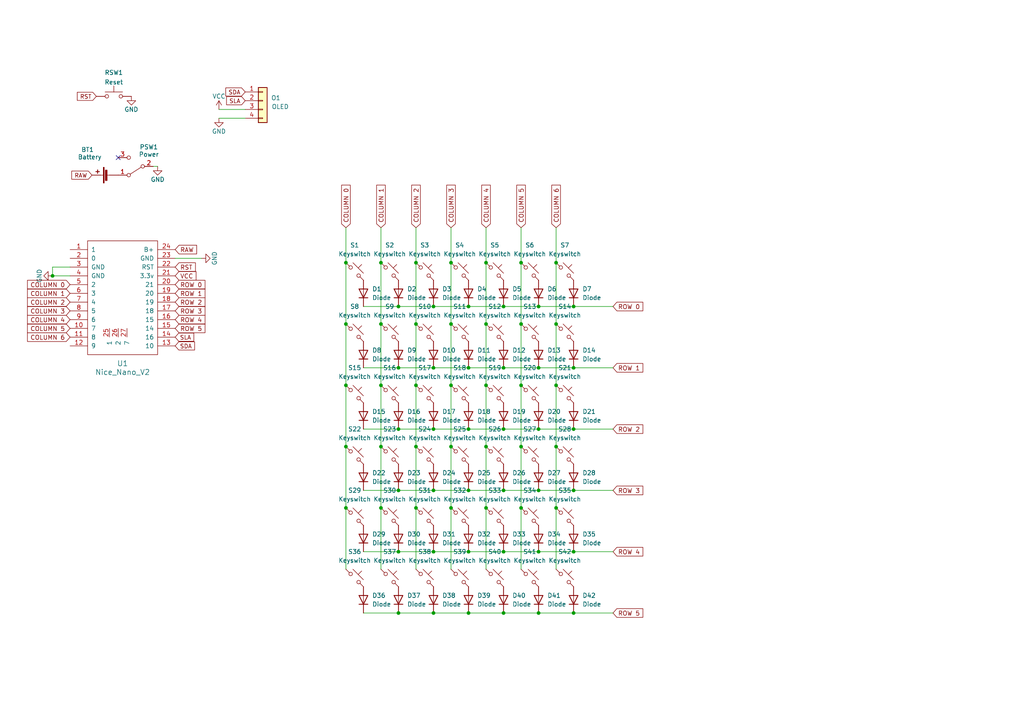
<source format=kicad_sch>
(kicad_sch (version 20231120) (generator "eeschema") (generator_version "8.0")
  (paper "A4")
  (lib_symbols
    (symbol "Connector_Generic:Conn_01x04" (pin_names (offset 1.016) hide)
      (property "Reference" "J" (at 0 5.08 0))
      (property "Value" "Conn_01x04" (at 0 -7.62 0))
      (symbol "Conn_01x04_1_1"
        (rectangle (start -1.27 -4.953) (end 0 -5.207) (stroke (width 0.1524)))
        (rectangle (start -1.27 -2.413) (end 0 -2.667) (stroke (width 0.1524)))
        (rectangle (start -1.27 0.127) (end 0 -0.127) (stroke (width 0.1524)))
        (rectangle (start -1.27 2.667) (end 0 2.413) (stroke (width 0.1524)))
        (rectangle (start -1.27 3.81) (end 1.27 -6.35) (stroke (width 0.254)) (fill (type background)))
        (pin passive line (at -5.08 2.54 0) (length 3.81) (name "Pin_1") (number "1"))
        (pin passive line (at -5.08 0 0) (length 3.81) (name "Pin_2") (number "2"))
        (pin passive line (at -5.08 -2.54 0) (length 3.81) (name "Pin_3") (number "3"))
        (pin passive line (at -5.08 -5.08 0) (length 3.81) (name "Pin_4") (number "4"))
      )
    )
    (symbol "Device:Battery_Cell" (pin_numbers hide) (pin_names (offset 0) hide)
      (property "Reference" "BT" (at 2.54 2.54 0))
      (property "Value" "Battery_Cell" (at 2.54 0 0))
      (symbol "Battery_Cell_0_1"
        (rectangle (start -2.286 1.778) (end 2.286 1.524) (fill (type outline)))
        (rectangle (start -1.5748 1.1938) (end 1.4732 0.6858) (fill (type outline)))
        (polyline (pts (xy 0 0.762) (xy 0 0)))
        (polyline (pts (xy 0 1.778) (xy 0 2.54)))
        (polyline (pts (xy 0.508 3.429) (xy 1.524 3.429)) (stroke (width 0.254)))
        (polyline (pts (xy 1.016 3.937) (xy 1.016 2.921)) (stroke (width 0.254)))
      )
      (symbol "Battery_Cell_1_1"
        (pin passive line (at 0 5.08 270) (length 2.54) (name "+") (number "1"))
        (pin passive line (at 0 -2.54 90) (length 2.54) (name "-") (number "2"))
      )
    )
    (symbol "ScottoKeebs:MCU_Nice_Nano_V2" (pin_names (offset 1.016))
      (property "Reference" "U" (at 0 0 0))
      (property "Value" "Nice_Nano_V2" (at 0 -19.05 0))
      (symbol "MCU_Nice_Nano_V2_0_1"
        (rectangle (start -10.16 16.51) (end 10.16 -16.51))
      )
      (symbol "MCU_Nice_Nano_V2_1_1"
        (pin input line (at -15.24 13.97 0) (length 5.08) (name "1") (number "1"))
        (pin input line (at -15.24 -8.89 0) (length 5.08) (name "7") (number "10"))
        (pin input line (at -15.24 -11.43 0) (length 5.08) (name "8") (number "11"))
        (pin input line (at -15.24 -13.97 0) (length 5.08) (name "9") (number "12"))
        (pin input line (at 15.24 -13.97 180) (length 5.08) (name "10") (number "13"))
        (pin input line (at 15.24 -11.43 180) (length 5.08) (name "16") (number "14"))
        (pin input line (at 15.24 -8.89 180) (length 5.08) (name "14") (number "15"))
        (pin input line (at 15.24 -6.35 180) (length 5.08) (name "15") (number "16"))
        (pin input line (at 15.24 -3.81 180) (length 5.08) (name "18") (number "17"))
        (pin input line (at 15.24 -1.27 180) (length 5.08) (name "19") (number "18"))
        (pin input line (at 15.24 1.27 180) (length 5.08) (name "20") (number "19"))
        (pin input line (at -15.24 11.43 0) (length 5.08) (name "0") (number "2"))
        (pin input line (at 15.24 3.81 180) (length 5.08) (name "21") (number "20"))
        (pin input line (at 15.24 6.35 180) (length 5.08) (name "3.3v") (number "21"))
        (pin input line (at 15.24 8.89 180) (length 5.08) (name "RST") (number "22"))
        (pin input line (at 15.24 11.43 180) (length 5.08) (name "GND") (number "23"))
        (pin input line (at 15.24 13.97 180) (length 5.08) (name "B+") (number "24"))
        (pin input line (at -3.81 -8.89 270) (length 2.5) (name "1") (number "25"))
        (pin input line (at -1.27 -8.89 270) (length 2.5) (name "2") (number "26"))
        (pin input line (at 1.27 -8.89 270) (length 2.5) (name "7") (number "27"))
        (pin input line (at -15.24 8.89 0) (length 5.08) (name "GND") (number "3"))
        (pin input line (at -15.24 6.35 0) (length 5.08) (name "GND") (number "4"))
        (pin input line (at -15.24 3.81 0) (length 5.08) (name "2") (number "5"))
        (pin input line (at -15.24 1.27 0) (length 5.08) (name "3") (number "6"))
        (pin input line (at -15.24 -1.27 0) (length 5.08) (name "4") (number "7"))
        (pin input line (at -15.24 -3.81 0) (length 5.08) (name "5") (number "8"))
        (pin input line (at -15.24 -6.35 0) (length 5.08) (name "6") (number "9"))
      )
    )
    (symbol "ScottoKeebs:Placeholder_Diode" (pin_numbers hide) (pin_names hide)
      (property "Reference" "D" (at 0 2.54 0))
      (property "Value" "Diode" (at 0 -2.54 0))
      (symbol "Placeholder_Diode_0_1"
        (polyline (pts (xy -1.27 1.27) (xy -1.27 -1.27)) (stroke (width 0.254)))
        (polyline (pts (xy 1.27 0) (xy -1.27 0)))
        (polyline (pts (xy 1.27 1.27) (xy 1.27 -1.27) (xy -1.27 0) (xy 1.27 1.27)) (stroke (width 0.254)))
      )
      (symbol "Placeholder_Diode_1_1"
        (pin passive line (at -3.81 0 0) (length 2.54) (name "K") (number "1"))
        (pin passive line (at 3.81 0 180) (length 2.54) (name "A") (number "2"))
      )
    )
    (symbol "ScottoKeebs:Placeholder_Keyswitch" (pin_numbers hide) (pin_names (offset 1.016) hide)
      (property "Reference" "S" (at 3.048 1.016 0))
      (property "Value" "Keyswitch" (at 0 -3.81 0))
      (symbol "Placeholder_Keyswitch_0_1"
        (circle (center -1.1684 1.1684) (radius 0.508))
        (polyline (pts (xy -0.508 2.54) (xy 2.54 -0.508)))
        (polyline (pts (xy 1.016 1.016) (xy 2.032 2.032)))
        (polyline (pts (xy -2.54 2.54) (xy -1.524 1.524) (xy -1.524 1.524)))
        (polyline (pts (xy 1.524 -1.524) (xy 2.54 -2.54) (xy 2.54 -2.54) (xy 2.54 -2.54)))
        (circle (center 1.143 -1.1938) (radius 0.508))
        (pin passive line (at -2.54 2.54 0) (length 0) (name "1") (number "1"))
        (pin passive line (at 2.54 -2.54 180) (length 0) (name "2") (number "2"))
      )
    )
    (symbol "Switch:SW_Push" (pin_numbers hide) (pin_names (offset 1.016) hide)
      (property "Reference" "SW" (at 1.27 2.54 0))
      (property "Value" "SW_Push" (at 0 -1.524 0))
      (symbol "SW_Push_0_1"
        (circle (center -2.032 0) (radius 0.508))
        (polyline (pts (xy 0 1.27) (xy 0 3.048)))
        (polyline (pts (xy 2.54 1.27) (xy -2.54 1.27)))
        (circle (center 2.032 0) (radius 0.508))
        (pin passive line (at -5.08 0 0) (length 2.54) (name "1") (number "1"))
        (pin passive line (at 5.08 0 180) (length 2.54) (name "2") (number "2"))
      )
    )
    (symbol "Switch:SW_SPDT" (pin_names (offset 0) hide)
      (property "Reference" "SW" (at 0 4.318 0))
      (property "Value" "SW_SPDT" (at 0 -5.08 0))
      (symbol "SW_SPDT_0_0"
        (circle (center -2.032 0) (radius 0.508))
        (circle (center 2.032 -2.54) (radius 0.508))
      )
      (symbol "SW_SPDT_0_1"
        (polyline (pts (xy -1.524 0.254) (xy 1.651 2.286)))
        (circle (center 2.032 2.54) (radius 0.508))
      )
      (symbol "SW_SPDT_1_1"
        (pin passive line (at 5.08 2.54 180) (length 2.54) (name "A") (number "1"))
        (pin passive line (at -5.08 0 0) (length 2.54) (name "B") (number "2"))
        (pin passive line (at 5.08 -2.54 180) (length 2.54) (name "C") (number "3"))
      )
    )
    (symbol "power:GND" (power) (pin_names (offset 0))
      (property "Value" "GND" (at 0 -3.81 0))
      (symbol "GND_0_1"
        (polyline (pts (xy 0 0) (xy 0 -1.27) (xy 1.27 -1.27) (xy 0 -2.54) (xy -1.27 -1.27) (xy 0 -1.27)))
      )
      (symbol "GND_1_1"
        (pin power_in line (at 0 0 270) (length 0) hide (name "GND") (number "1"))
      )
    )
    (symbol "power:VCC" (power) (pin_names (offset 0))
      (property "Value" "VCC" (at 0 3.81 0))
      (symbol "VCC_0_1"
        (polyline (pts (xy -0.762 1.27) (xy 0 2.54)))
        (polyline (pts (xy 0 0) (xy 0 2.54)))
        (polyline (pts (xy 0 2.54) (xy 0.762 1.27)))
      )
      (symbol "VCC_1_1"
        (pin power_in line (at 0 0 90) (length 0) hide (name "VCC") (number "1"))
      )
    )
  )
  (junction (at 130.81 76.2))
  (junction (at 135.89 142.24))
  (junction (at 151.13 93.98))
  (junction (at 166.37 88.9))
  (junction (at 161.29 93.98))
  (junction (at 130.81 129.54))
  (junction (at 135.89 106.68))
  (junction (at 146.05 160.02))
  (junction (at 125.73 177.8))
  (junction (at 110.49 147.32))
  (junction (at 135.89 124.46))
  (junction (at 146.05 106.68))
  (junction (at 140.97 76.2))
  (junction (at 156.21 124.46))
  (junction (at 146.05 177.8))
  (junction (at 115.57 177.8))
  (junction (at 156.21 106.68))
  (junction (at 120.65 129.54))
  (junction (at 166.37 177.8))
  (junction (at 115.57 124.46))
  (junction (at 151.13 147.32))
  (junction (at 146.05 88.9))
  (junction (at 120.65 147.32))
  (junction (at 125.73 106.68))
  (junction (at 151.13 76.2))
  (junction (at 120.65 93.98))
  (junction (at 166.37 160.02))
  (junction (at 135.89 177.8))
  (junction (at 120.65 111.76))
  (junction (at 140.97 147.32))
  (junction (at 135.89 88.9))
  (junction (at 100.33 129.54))
  (junction (at 125.73 160.02))
  (junction (at 140.97 93.98))
  (junction (at 161.29 111.76))
  (junction (at 115.57 142.24))
  (junction (at 125.73 142.24))
  (junction (at 125.73 124.46))
  (junction (at 130.81 147.32))
  (junction (at 100.33 76.2))
  (junction (at 115.57 88.9))
  (junction (at 110.49 93.98))
  (junction (at 110.49 129.54))
  (junction (at 15.24 80.01))
  (junction (at 166.37 142.24))
  (junction (at 156.21 177.8))
  (junction (at 166.37 106.68))
  (junction (at 161.29 76.2))
  (junction (at 151.13 111.76))
  (junction (at 130.81 111.76))
  (junction (at 156.21 88.9))
  (junction (at 110.49 111.76))
  (junction (at 120.65 76.2))
  (junction (at 135.89 160.02))
  (junction (at 140.97 129.54))
  (junction (at 100.33 93.98))
  (junction (at 125.73 88.9))
  (junction (at 130.81 93.98))
  (junction (at 161.29 147.32))
  (junction (at 110.49 76.2))
  (junction (at 146.05 124.46))
  (junction (at 100.33 147.32))
  (junction (at 151.13 129.54))
  (junction (at 156.21 142.24))
  (junction (at 156.21 160.02))
  (junction (at 115.57 106.68))
  (junction (at 166.37 124.46))
  (junction (at 115.57 160.02))
  (junction (at 161.29 129.54))
  (junction (at 100.33 111.76))
  (junction (at 146.05 142.24))
  (junction (at 140.97 111.76))
  (no_connect (at 34.29 45.72))
  (wire (pts (xy 156.21 124.46) (xy 166.37 124.46)))
  (wire (pts (xy 156.21 106.68) (xy 166.37 106.68)))
  (wire (pts (xy 100.33 129.54) (xy 100.33 147.32)))
  (wire (pts (xy 140.97 76.2) (xy 140.97 93.98)))
  (wire (pts (xy 100.33 147.32) (xy 100.33 165.1)))
  (wire (pts (xy 110.49 76.2) (xy 110.49 93.98)))
  (wire (pts (xy 140.97 111.76) (xy 140.97 129.54)))
  (wire (pts (xy 63.5 31.75) (xy 71.12 31.75)))
  (wire (pts (xy 120.65 76.2) (xy 120.65 93.98)))
  (wire (pts (xy 135.89 177.8) (xy 146.05 177.8)))
  (wire (pts (xy 44.45 48.26) (xy 45.72 48.26)))
  (wire (pts (xy 125.73 177.8) (xy 135.89 177.8)))
  (wire (pts (xy 110.49 129.54) (xy 110.49 147.32)))
  (wire (pts (xy 146.05 106.68) (xy 156.21 106.68)))
  (wire (pts (xy 151.13 66.04) (xy 151.13 76.2)))
  (wire (pts (xy 130.81 66.04) (xy 130.81 76.2)))
  (wire (pts (xy 151.13 93.98) (xy 151.13 111.76)))
  (wire (pts (xy 100.33 111.76) (xy 100.33 129.54)))
  (wire (pts (xy 161.29 76.2) (xy 161.29 93.98)))
  (wire (pts (xy 100.33 66.04) (xy 100.33 76.2)))
  (wire (pts (xy 63.5 34.29) (xy 71.12 34.29)))
  (wire (pts (xy 140.97 66.04) (xy 140.97 76.2)))
  (wire (pts (xy 50.8 74.93) (xy 58.42 74.93)))
  (wire (pts (xy 15.24 77.47) (xy 15.24 80.01)))
  (wire (pts (xy 161.29 93.98) (xy 161.29 111.76)))
  (wire (pts (xy 120.65 66.04) (xy 120.65 76.2)))
  (wire (pts (xy 140.97 147.32) (xy 140.97 165.1)))
  (wire (pts (xy 177.8 160.02) (xy 166.37 160.02)))
  (wire (pts (xy 166.37 106.68) (xy 177.8 106.68)))
  (wire (pts (xy 135.89 106.68) (xy 146.05 106.68)))
  (wire (pts (xy 130.81 93.98) (xy 130.81 111.76)))
  (wire (pts (xy 140.97 93.98) (xy 140.97 111.76)))
  (wire (pts (xy 146.05 177.8) (xy 156.21 177.8)))
  (wire (pts (xy 105.41 142.24) (xy 115.57 142.24)))
  (wire (pts (xy 125.73 106.68) (xy 135.89 106.68)))
  (wire (pts (xy 130.81 147.32) (xy 130.81 165.1)))
  (wire (pts (xy 110.49 147.32) (xy 110.49 165.1)))
  (wire (pts (xy 100.33 76.2) (xy 100.33 93.98)))
  (wire (pts (xy 110.49 66.04) (xy 110.49 76.2)))
  (wire (pts (xy 120.65 129.54) (xy 120.65 147.32)))
  (wire (pts (xy 135.89 160.02) (xy 146.05 160.02)))
  (wire (pts (xy 115.57 160.02) (xy 125.73 160.02)))
  (wire (pts (xy 15.24 80.01) (xy 20.32 80.01)))
  (wire (pts (xy 161.29 129.54) (xy 161.29 147.32)))
  (wire (pts (xy 115.57 177.8) (xy 125.73 177.8)))
  (wire (pts (xy 135.89 88.9) (xy 146.05 88.9)))
  (wire (pts (xy 125.73 88.9) (xy 135.89 88.9)))
  (wire (pts (xy 177.8 142.24) (xy 166.37 142.24)))
  (wire (pts (xy 105.41 88.9) (xy 115.57 88.9)))
  (wire (pts (xy 115.57 124.46) (xy 125.73 124.46)))
  (wire (pts (xy 177.8 124.46) (xy 166.37 124.46)))
  (wire (pts (xy 120.65 93.98) (xy 120.65 111.76)))
  (wire (pts (xy 135.89 124.46) (xy 146.05 124.46)))
  (wire (pts (xy 146.05 88.9) (xy 156.21 88.9)))
  (wire (pts (xy 140.97 129.54) (xy 140.97 147.32)))
  (wire (pts (xy 20.32 77.47) (xy 15.24 77.47)))
  (wire (pts (xy 105.41 106.68) (xy 115.57 106.68)))
  (wire (pts (xy 151.13 129.54) (xy 151.13 147.32)))
  (wire (pts (xy 161.29 147.32) (xy 161.29 165.1)))
  (wire (pts (xy 151.13 111.76) (xy 151.13 129.54)))
  (wire (pts (xy 130.81 111.76) (xy 130.81 129.54)))
  (wire (pts (xy 156.21 177.8) (xy 166.37 177.8)))
  (wire (pts (xy 115.57 88.9) (xy 125.73 88.9)))
  (wire (pts (xy 105.41 124.46) (xy 115.57 124.46)))
  (wire (pts (xy 105.41 177.8) (xy 115.57 177.8)))
  (wire (pts (xy 177.8 177.8) (xy 166.37 177.8)))
  (wire (pts (xy 161.29 66.04) (xy 161.29 76.2)))
  (wire (pts (xy 135.89 142.24) (xy 146.05 142.24)))
  (wire (pts (xy 161.29 111.76) (xy 161.29 129.54)))
  (wire (pts (xy 100.33 93.98) (xy 100.33 111.76)))
  (wire (pts (xy 156.21 142.24) (xy 166.37 142.24)))
  (wire (pts (xy 105.41 160.02) (xy 115.57 160.02)))
  (wire (pts (xy 166.37 88.9) (xy 156.21 88.9)))
  (wire (pts (xy 130.81 129.54) (xy 130.81 147.32)))
  (wire (pts (xy 115.57 106.68) (xy 125.73 106.68)))
  (wire (pts (xy 120.65 111.76) (xy 120.65 129.54)))
  (wire (pts (xy 151.13 147.32) (xy 151.13 165.1)))
  (wire (pts (xy 125.73 124.46) (xy 135.89 124.46)))
  (wire (pts (xy 146.05 142.24) (xy 156.21 142.24)))
  (wire (pts (xy 115.57 142.24) (xy 125.73 142.24)))
  (wire (pts (xy 120.65 147.32) (xy 120.65 165.1)))
  (wire (pts (xy 125.73 142.24) (xy 135.89 142.24)))
  (wire (pts (xy 151.13 76.2) (xy 151.13 93.98)))
  (wire (pts (xy 146.05 160.02) (xy 156.21 160.02)))
  (wire (pts (xy 125.73 160.02) (xy 135.89 160.02)))
  (wire (pts (xy 110.49 93.98) (xy 110.49 111.76)))
  (wire (pts (xy 110.49 111.76) (xy 110.49 129.54)))
  (wire (pts (xy 130.81 76.2) (xy 130.81 93.98)))
  (wire (pts (xy 156.21 160.02) (xy 166.37 160.02)))
  (wire (pts (xy 166.37 88.9) (xy 177.8 88.9)))
  (wire (pts (xy 146.05 124.46) (xy 156.21 124.46)))
  (global_label "RST" (shape input) (at 27.94 27.94 180) (effects (font (size 1.1938 1.1938))) (property "Intersheetrefs" "${INTERSHEET_REFS}" (effects (hide yes))))
  (global_label "ROW 5" (shape input) (at 177.8 177.8 0) (property "Intersheetrefs" "${INTERSHEET_REFS}" (effects (hide yes))))
  (global_label "SLA" (shape input) (at 50.8 97.79 0) (effects (font (size 1.1938 1.1938))) (property "Intersheetrefs" "${INTERSHEET_REFS}" (effects (hide yes))))
  (global_label "COLUMN 5" (shape input) (at 151.13 66.04 90) (property "Intersheetrefs" "${INTERSHEET_REFS}" (effects (hide yes))))
  (global_label "ROW 2" (shape input) (at 50.8 87.63 0) (property "Intersheetrefs" "${INTERSHEET_REFS}" (effects (hide yes))))
  (global_label "ROW 4" (shape input) (at 50.8 92.71 0) (property "Intersheetrefs" "${INTERSHEET_REFS}" (effects (hide yes))))
  (global_label "ROW 2" (shape input) (at 177.8 124.46 0) (property "Intersheetrefs" "${INTERSHEET_REFS}" (effects (hide yes))))
  (global_label "RAW" (shape input) (at 50.8 72.39 0) (property "Intersheetrefs" "${INTERSHEET_REFS}" (effects (hide yes))))
  (global_label "COLUMN 1" (shape input) (at 20.32 85.09 180) (property "Intersheetrefs" "${INTERSHEET_REFS}" (effects (hide yes))))
  (global_label "VCC" (shape input) (at 50.8 80.01 0) (property "Intersheetrefs" "${INTERSHEET_REFS}" (effects (hide yes))))
  (global_label "COLUMN 0" (shape input) (at 100.33 66.04 90) (property "Intersheetrefs" "${INTERSHEET_REFS}" (effects (hide yes))))
  (global_label "COLUMN 2" (shape input) (at 20.32 87.63 180) (property "Intersheetrefs" "${INTERSHEET_REFS}" (effects (hide yes))))
  (global_label "COLUMN 5" (shape input) (at 20.32 95.25 180) (property "Intersheetrefs" "${INTERSHEET_REFS}" (effects (hide yes))))
  (global_label "ROW 1" (shape input) (at 177.8 106.68 0) (property "Intersheetrefs" "${INTERSHEET_REFS}" (effects (hide yes))))
  (global_label "COLUMN 4" (shape input) (at 140.97 66.04 90) (property "Intersheetrefs" "${INTERSHEET_REFS}" (effects (hide yes))))
  (global_label "RAW" (shape input) (at 26.67 50.8 180) (effects (font (size 1.1938 1.1938))) (property "Intersheetrefs" "${INTERSHEET_REFS}" (effects (hide yes))))
  (global_label "COLUMN 2" (shape input) (at 120.65 66.04 90) (property "Intersheetrefs" "${INTERSHEET_REFS}" (effects (hide yes))))
  (global_label "COLUMN 3" (shape input) (at 20.32 90.17 180) (property "Intersheetrefs" "${INTERSHEET_REFS}" (effects (hide yes))))
  (global_label "ROW 3" (shape input) (at 177.8 142.24 0) (property "Intersheetrefs" "${INTERSHEET_REFS}" (effects (hide yes))))
  (global_label "SDA" (shape input) (at 50.8 100.33 0) (effects (font (size 1.1938 1.1938))) (property "Intersheetrefs" "${INTERSHEET_REFS}" (effects (hide yes))))
  (global_label "ROW 5" (shape input) (at 50.8 95.25 0) (property "Intersheetrefs" "${INTERSHEET_REFS}" (effects (hide yes))))
  (global_label "ROW 0" (shape input) (at 177.8 88.9 0) (property "Intersheetrefs" "${INTERSHEET_REFS}" (effects (hide yes))))
  (global_label "COLUMN 0" (shape input) (at 20.32 82.55 180) (property "Intersheetrefs" "${INTERSHEET_REFS}" (effects (hide yes))))
  (global_label "ROW 4" (shape input) (at 177.8 160.02 0) (property "Intersheetrefs" "${INTERSHEET_REFS}" (effects (hide yes))))
  (global_label "COLUMN 4" (shape input) (at 20.32 92.71 180) (property "Intersheetrefs" "${INTERSHEET_REFS}" (effects (hide yes))))
  (global_label "COLUMN 6" (shape input) (at 161.29 66.04 90) (property "Intersheetrefs" "${INTERSHEET_REFS}" (effects (hide yes))))
  (global_label "SLA" (shape input) (at 71.12 29.21 180) (effects (font (size 1.1938 1.1938))) (property "Intersheetrefs" "${INTERSHEET_REFS}" (effects (hide yes))))
  (global_label "ROW 3" (shape input) (at 50.8 90.17 0) (property "Intersheetrefs" "${INTERSHEET_REFS}" (effects (hide yes))))
  (global_label "COLUMN 1" (shape input) (at 110.49 66.04 90) (property "Intersheetrefs" "${INTERSHEET_REFS}" (effects (hide yes))))
  (global_label "ROW 0" (shape input) (at 50.8 82.55 0) (property "Intersheetrefs" "${INTERSHEET_REFS}" (effects (hide yes))))
  (global_label "SDA" (shape input) (at 71.12 26.67 180) (effects (font (size 1.1938 1.1938))) (property "Intersheetrefs" "${INTERSHEET_REFS}" (effects (hide yes))))
  (global_label "RST" (shape input) (at 50.8 77.47 0) (property "Intersheetrefs" "${INTERSHEET_REFS}" (effects (hide yes))))
  (global_label "ROW 1" (shape input) (at 50.8 85.09 0) (property "Intersheetrefs" "${INTERSHEET_REFS}" (effects (hide yes))))
  (global_label "COLUMN 6" (shape input) (at 20.32 97.79 180) (property "Intersheetrefs" "${INTERSHEET_REFS}" (effects (hide yes))))
  (global_label "COLUMN 3" (shape input) (at 130.81 66.04 90) (property "Intersheetrefs" "${INTERSHEET_REFS}" (effects (hide yes))))
  (symbol (lib_id "ScottoKeebs:Placeholder_Diode") (at 125.73 85.09 90) (unit 1)
    (property "Reference" "D3" (at 128.27 83.8199 90) (effects (justify right)))
    (property "Value" "Diode" (at 128.27 86.3599 90) (effects (justify right)))
    (property "Footprint" "ScottoKeebs_Components:Diode_DO-35" (effects (hide yes)))
    (property "Description" "1N4148 (DO-35) or 1N4148W (SOD-123)" (effects (hide yes)))
    (property "Sim.Device" "D" (effects (hide yes)))
    (property "Sim.Pins" "1=K 2=A" (effects (hide yes)))
  )
  (symbol (lib_id "ScottoKeebs:Placeholder_Keyswitch") (at 143.51 132.08 0) (unit 1)
    (property "Reference" "S26" (at 143.51 124.46 0))
    (property "Value" "Keyswitch" (at 143.51 127 0))
    (property "Footprint" "ScottoKeebs_MX:MX_PCB_1.00u" (effects (hide yes)))
    (property "Description" "Push button switch, normally open, two pins, 45° tilted" (effects (hide yes)))
  )
  (symbol (lib_id "ScottoKeebs:Placeholder_Diode") (at 146.05 138.43 90) (unit 1)
    (property "Reference" "D26" (at 148.59 137.1599 90) (effects (justify right)))
    (property "Value" "Diode" (at 148.59 139.6999 90) (effects (justify right)))
    (property "Footprint" "ScottoKeebs_Components:Diode_DO-35" (effects (hide yes)))
    (property "Description" "1N4148 (DO-35) or 1N4148W (SOD-123)" (effects (hide yes)))
    (property "Sim.Device" "D" (effects (hide yes)))
    (property "Sim.Pins" "1=K 2=A" (effects (hide yes)))
  )
  (symbol (lib_id "ScottoKeebs:Placeholder_Keyswitch") (at 123.19 78.74 0) (unit 1)
    (property "Reference" "S3" (at 123.19 71.12 0))
    (property "Value" "Keyswitch" (at 123.19 73.66 0))
    (property "Footprint" "ScottoKeebs_MX:MX_PCB_1.00u" (effects (hide yes)))
    (property "Description" "Push button switch, normally open, two pins, 45° tilted" (effects (hide yes)))
  )
  (symbol (lib_id "ScottoKeebs:Placeholder_Keyswitch") (at 143.51 114.3 0) (unit 1)
    (property "Reference" "S19" (at 143.51 106.68 0))
    (property "Value" "Keyswitch" (at 143.51 109.22 0))
    (property "Footprint" "ScottoKeebs_MX:MX_PCB_1.00u" (effects (hide yes)))
    (property "Description" "Push button switch, normally open, two pins, 45° tilted" (effects (hide yes)))
  )
  (symbol (lib_id "ScottoKeebs:Placeholder_Diode") (at 156.21 138.43 90) (unit 1)
    (property "Reference" "D27" (at 158.75 137.1599 90) (effects (justify right)))
    (property "Value" "Diode" (at 158.75 139.6999 90) (effects (justify right)))
    (property "Footprint" "ScottoKeebs_Components:Diode_DO-35" (effects (hide yes)))
    (property "Description" "1N4148 (DO-35) or 1N4148W (SOD-123)" (effects (hide yes)))
    (property "Sim.Device" "D" (effects (hide yes)))
    (property "Sim.Pins" "1=K 2=A" (effects (hide yes)))
  )
  (symbol (lib_id "ScottoKeebs:Placeholder_Keyswitch") (at 143.51 96.52 0) (unit 1)
    (property "Reference" "S12" (at 143.51 88.9 0))
    (property "Value" "Keyswitch" (at 143.51 91.44 0))
    (property "Footprint" "ScottoKeebs_MX:MX_PCB_1.00u" (effects (hide yes)))
    (property "Description" "Push button switch, normally open, two pins, 45° tilted" (effects (hide yes)))
  )
  (symbol (lib_id "ScottoKeebs:Placeholder_Keyswitch") (at 123.19 149.86 0) (unit 1)
    (property "Reference" "S31" (at 123.19 142.24 0))
    (property "Value" "Keyswitch" (at 123.19 144.78 0))
    (property "Footprint" "ScottoKeebs_MX:MX_PCB_1.00u" (effects (hide yes)))
    (property "Description" "Push button switch, normally open, two pins, 45° tilted" (effects (hide yes)))
  )
  (symbol (lib_id "ScottoKeebs:Placeholder_Keyswitch") (at 153.67 167.64 0) (unit 1)
    (property "Reference" "S41" (at 153.67 160.02 0))
    (property "Value" "Keyswitch" (at 153.67 162.56 0))
    (property "Footprint" "ScottoKeebs_MX:MX_PCB_1.00u" (effects (hide yes)))
    (property "Description" "Push button switch, normally open, two pins, 45° tilted" (effects (hide yes)))
  )
  (symbol (lib_id "ScottoKeebs:Placeholder_Diode") (at 105.41 173.99 90) (unit 1)
    (property "Reference" "D36" (at 107.95 172.7199 90) (effects (justify right)))
    (property "Value" "Diode" (at 107.95 175.2599 90) (effects (justify right)))
    (property "Footprint" "ScottoKeebs_Components:Diode_DO-35" (effects (hide yes)))
    (property "Description" "1N4148 (DO-35) or 1N4148W (SOD-123)" (effects (hide yes)))
    (property "Sim.Device" "D" (effects (hide yes)))
    (property "Sim.Pins" "1=K 2=A" (effects (hide yes)))
  )
  (symbol (lib_id "ScottoKeebs:Placeholder_Keyswitch") (at 123.19 114.3 0) (unit 1)
    (property "Reference" "S17" (at 123.19 106.68 0))
    (property "Value" "Keyswitch" (at 123.19 109.22 0))
    (property "Footprint" "ScottoKeebs_MX:MX_PCB_1.00u" (effects (hide yes)))
    (property "Description" "Push button switch, normally open, two pins, 45° tilted" (effects (hide yes)))
  )
  (symbol (lib_id "ScottoKeebs:Placeholder_Diode") (at 146.05 173.99 90) (unit 1)
    (property "Reference" "D40" (at 148.59 172.7199 90) (effects (justify right)))
    (property "Value" "Diode" (at 148.59 175.2599 90) (effects (justify right)))
    (property "Footprint" "ScottoKeebs_Components:Diode_DO-35" (effects (hide yes)))
    (property "Description" "1N4148 (DO-35) or 1N4148W (SOD-123)" (effects (hide yes)))
    (property "Sim.Device" "D" (effects (hide yes)))
    (property "Sim.Pins" "1=K 2=A" (effects (hide yes)))
  )
  (symbol (lib_id "power:VCC") (at 63.5 31.75 0) (unit 1)
    (property "Reference" "#PWR02" (effects (hide yes)))
    (property "Value" "VCC" (at 63.5 27.94 0))
  )
  (symbol (lib_id "ScottoKeebs:Placeholder_Diode") (at 105.41 85.09 90) (unit 1)
    (property "Reference" "D1" (at 107.95 83.8199 90) (effects (justify right)))
    (property "Value" "Diode" (at 107.95 86.3599 90) (effects (justify right)))
    (property "Footprint" "ScottoKeebs_Components:Diode_DO-35" (effects (hide yes)))
    (property "Description" "1N4148 (DO-35) or 1N4148W (SOD-123)" (effects (hide yes)))
    (property "Sim.Device" "D" (effects (hide yes)))
    (property "Sim.Pins" "1=K 2=A" (effects (hide yes)))
  )
  (symbol (lib_id "ScottoKeebs:Placeholder_Keyswitch") (at 163.83 132.08 0) (unit 1)
    (property "Reference" "S28" (at 163.83 124.46 0))
    (property "Value" "Keyswitch" (at 163.83 127 0))
    (property "Footprint" "ScottoKeebs_MX:MX_PCB_1.00u" (effects (hide yes)))
    (property "Description" "Push button switch, normally open, two pins, 45° tilted" (effects (hide yes)))
  )
  (symbol (lib_id "ScottoKeebs:Placeholder_Diode") (at 135.89 173.99 90) (unit 1)
    (property "Reference" "D39" (at 138.43 172.7199 90) (effects (justify right)))
    (property "Value" "Diode" (at 138.43 175.2599 90) (effects (justify right)))
    (property "Footprint" "ScottoKeebs_Components:Diode_DO-35" (effects (hide yes)))
    (property "Description" "1N4148 (DO-35) or 1N4148W (SOD-123)" (effects (hide yes)))
    (property "Sim.Device" "D" (effects (hide yes)))
    (property "Sim.Pins" "1=K 2=A" (effects (hide yes)))
  )
  (symbol (lib_id "ScottoKeebs:Placeholder_Diode") (at 146.05 120.65 90) (unit 1)
    (property "Reference" "D19" (at 148.59 119.3799 90) (effects (justify right)))
    (property "Value" "Diode" (at 148.59 121.9199 90) (effects (justify right)))
    (property "Footprint" "ScottoKeebs_Components:Diode_DO-35" (effects (hide yes)))
    (property "Description" "1N4148 (DO-35) or 1N4148W (SOD-123)" (effects (hide yes)))
    (property "Sim.Device" "D" (effects (hide yes)))
    (property "Sim.Pins" "1=K 2=A" (effects (hide yes)))
  )
  (symbol (lib_id "ScottoKeebs:Placeholder_Keyswitch") (at 102.87 167.64 0) (unit 1)
    (property "Reference" "S36" (at 102.87 160.02 0))
    (property "Value" "Keyswitch" (at 102.87 162.56 0))
    (property "Footprint" "ScottoKeebs_MX:MX_PCB_1.00u" (effects (hide yes)))
    (property "Description" "Push button switch, normally open, two pins, 45° tilted" (effects (hide yes)))
  )
  (symbol (lib_id "ScottoKeebs:Placeholder_Keyswitch") (at 133.35 132.08 0) (unit 1)
    (property "Reference" "S25" (at 133.35 124.46 0))
    (property "Value" "Keyswitch" (at 133.35 127 0))
    (property "Footprint" "ScottoKeebs_MX:MX_PCB_1.00u" (effects (hide yes)))
    (property "Description" "Push button switch, normally open, two pins, 45° tilted" (effects (hide yes)))
  )
  (symbol (lib_id "ScottoKeebs:Placeholder_Keyswitch") (at 113.03 114.3 0) (unit 1)
    (property "Reference" "S16" (at 113.03 106.68 0))
    (property "Value" "Keyswitch" (at 113.03 109.22 0))
    (property "Footprint" "ScottoKeebs_MX:MX_PCB_1.00u" (effects (hide yes)))
    (property "Description" "Push button switch, normally open, two pins, 45° tilted" (effects (hide yes)))
  )
  (symbol (lib_id "ScottoKeebs:Placeholder_Keyswitch") (at 133.35 96.52 0) (unit 1)
    (property "Reference" "S11" (at 133.35 88.9 0))
    (property "Value" "Keyswitch" (at 133.35 91.44 0))
    (property "Footprint" "ScottoKeebs_MX:MX_PCB_1.00u" (effects (hide yes)))
    (property "Description" "Push button switch, normally open, two pins, 45° tilted" (effects (hide yes)))
  )
  (symbol (lib_id "ScottoKeebs:Placeholder_Diode") (at 156.21 85.09 90) (unit 1)
    (property "Reference" "D6" (at 158.75 83.8199 90) (effects (justify right)))
    (property "Value" "Diode" (at 158.75 86.3599 90) (effects (justify right)))
    (property "Footprint" "ScottoKeebs_Components:Diode_DO-35" (effects (hide yes)))
    (property "Description" "1N4148 (DO-35) or 1N4148W (SOD-123)" (effects (hide yes)))
    (property "Sim.Device" "D" (effects (hide yes)))
    (property "Sim.Pins" "1=K 2=A" (effects (hide yes)))
  )
  (symbol (lib_id "ScottoKeebs:Placeholder_Diode") (at 135.89 138.43 90) (unit 1)
    (property "Reference" "D25" (at 138.43 137.1599 90) (effects (justify right)))
    (property "Value" "Diode" (at 138.43 139.6999 90) (effects (justify right)))
    (property "Footprint" "ScottoKeebs_Components:Diode_DO-35" (effects (hide yes)))
    (property "Description" "1N4148 (DO-35) or 1N4148W (SOD-123)" (effects (hide yes)))
    (property "Sim.Device" "D" (effects (hide yes)))
    (property "Sim.Pins" "1=K 2=A" (effects (hide yes)))
  )
  (symbol (lib_id "Device:Battery_Cell") (at 31.75 50.8 90) (unit 1)
    (property "Reference" "BT1" (at 25.4 43.4044 90))
    (property "Value" "Battery" (at 26.035 45.5445 90))
    (property "Footprint" "swoop:Battery_pads_reversible" (effects (hide yes)))
  )
  (symbol (lib_id "ScottoKeebs:Placeholder_Keyswitch") (at 143.51 78.74 0) (unit 1)
    (property "Reference" "S5" (at 143.51 71.12 0))
    (property "Value" "Keyswitch" (at 143.51 73.66 0))
    (property "Footprint" "ScottoKeebs_MX:MX_PCB_1.00u" (effects (hide yes)))
    (property "Description" "Push button switch, normally open, two pins, 45° tilted" (effects (hide yes)))
  )
  (symbol (lib_id "ScottoKeebs:Placeholder_Diode") (at 146.05 85.09 90) (unit 1)
    (property "Reference" "D5" (at 148.59 83.8199 90) (effects (justify right)))
    (property "Value" "Diode" (at 148.59 86.3599 90) (effects (justify right)))
    (property "Footprint" "ScottoKeebs_Components:Diode_DO-35" (effects (hide yes)))
    (property "Description" "1N4148 (DO-35) or 1N4148W (SOD-123)" (effects (hide yes)))
    (property "Sim.Device" "D" (effects (hide yes)))
    (property "Sim.Pins" "1=K 2=A" (effects (hide yes)))
  )
  (symbol (lib_id "ScottoKeebs:Placeholder_Keyswitch") (at 153.67 149.86 0) (unit 1)
    (property "Reference" "S34" (at 153.67 142.24 0))
    (property "Value" "Keyswitch" (at 153.67 144.78 0))
    (property "Footprint" "ScottoKeebs_MX:MX_PCB_1.00u" (effects (hide yes)))
    (property "Description" "Push button switch, normally open, two pins, 45° tilted" (effects (hide yes)))
  )
  (symbol (lib_id "ScottoKeebs:Placeholder_Keyswitch") (at 123.19 132.08 0) (unit 1)
    (property "Reference" "S24" (at 123.19 124.46 0))
    (property "Value" "Keyswitch" (at 123.19 127 0))
    (property "Footprint" "ScottoKeebs_MX:MX_PCB_1.00u" (effects (hide yes)))
    (property "Description" "Push button switch, normally open, two pins, 45° tilted" (effects (hide yes)))
  )
  (symbol (lib_id "ScottoKeebs:Placeholder_Keyswitch") (at 153.67 132.08 0) (unit 1)
    (property "Reference" "S27" (at 153.67 124.46 0))
    (property "Value" "Keyswitch" (at 153.67 127 0))
    (property "Footprint" "ScottoKeebs_MX:MX_PCB_1.00u" (effects (hide yes)))
    (property "Description" "Push button switch, normally open, two pins, 45° tilted" (effects (hide yes)))
  )
  (symbol (lib_id "ScottoKeebs:Placeholder_Keyswitch") (at 163.83 78.74 0) (unit 1)
    (property "Reference" "S7" (at 163.83 71.12 0))
    (property "Value" "Keyswitch" (at 163.83 73.66 0))
    (property "Footprint" "ScottoKeebs_MX:MX_PCB_1.00u" (effects (hide yes)))
    (property "Description" "Push button switch, normally open, two pins, 45° tilted" (effects (hide yes)))
  )
  (symbol (lib_id "power:GND") (at 15.24 80.01 270) (unit 1)
    (property "Reference" "#PWR04" (effects (hide yes)))
    (property "Value" "GND" (at 11.43 80.01 0))
  )
  (symbol (lib_id "ScottoKeebs:Placeholder_Keyswitch") (at 163.83 96.52 0) (unit 1)
    (property "Reference" "S14" (at 163.83 88.9 0))
    (property "Value" "Keyswitch" (at 163.83 91.44 0))
    (property "Footprint" "ScottoKeebs_MX:MX_PCB_1.00u" (effects (hide yes)))
    (property "Description" "Push button switch, normally open, two pins, 45° tilted" (effects (hide yes)))
  )
  (symbol (lib_id "ScottoKeebs:Placeholder_Keyswitch") (at 133.35 114.3 0) (unit 1)
    (property "Reference" "S18" (at 133.35 106.68 0))
    (property "Value" "Keyswitch" (at 133.35 109.22 0))
    (property "Footprint" "ScottoKeebs_MX:MX_PCB_1.00u" (effects (hide yes)))
    (property "Description" "Push button switch, normally open, two pins, 45° tilted" (effects (hide yes)))
  )
  (symbol (lib_id "ScottoKeebs:Placeholder_Diode") (at 115.57 85.09 90) (unit 1)
    (property "Reference" "D2" (at 118.11 83.8199 90) (effects (justify right)))
    (property "Value" "Diode" (at 118.11 86.3599 90) (effects (justify right)))
    (property "Footprint" "ScottoKeebs_Components:Diode_DO-35" (effects (hide yes)))
    (property "Description" "1N4148 (DO-35) or 1N4148W (SOD-123)" (effects (hide yes)))
    (property "Sim.Device" "D" (effects (hide yes)))
    (property "Sim.Pins" "1=K 2=A" (effects (hide yes)))
  )
  (symbol (lib_id "ScottoKeebs:Placeholder_Diode") (at 166.37 85.09 90) (unit 1)
    (property "Reference" "D7" (at 168.91 83.8199 90) (effects (justify right)))
    (property "Value" "Diode" (at 168.91 86.3599 90) (effects (justify right)))
    (property "Footprint" "ScottoKeebs_Components:Diode_DO-35" (effects (hide yes)))
    (property "Description" "1N4148 (DO-35) or 1N4148W (SOD-123)" (effects (hide yes)))
    (property "Sim.Device" "D" (effects (hide yes)))
    (property "Sim.Pins" "1=K 2=A" (effects (hide yes)))
  )
  (symbol (lib_id "ScottoKeebs:Placeholder_Keyswitch") (at 102.87 132.08 0) (unit 1)
    (property "Reference" "S22" (at 102.87 124.46 0))
    (property "Value" "Keyswitch" (at 102.87 127 0))
    (property "Footprint" "ScottoKeebs_MX:MX_PCB_1.00u" (effects (hide yes)))
    (property "Description" "Push button switch, normally open, two pins, 45° tilted" (effects (hide yes)))
  )
  (symbol (lib_id "ScottoKeebs:Placeholder_Keyswitch") (at 133.35 78.74 0) (unit 1)
    (property "Reference" "S4" (at 133.35 71.12 0))
    (property "Value" "Keyswitch" (at 133.35 73.66 0))
    (property "Footprint" "ScottoKeebs_MX:MX_PCB_1.00u" (effects (hide yes)))
    (property "Description" "Push button switch, normally open, two pins, 45° tilted" (effects (hide yes)))
  )
  (symbol (lib_id "ScottoKeebs:Placeholder_Keyswitch") (at 163.83 149.86 0) (unit 1)
    (property "Reference" "S35" (at 163.83 142.24 0))
    (property "Value" "Keyswitch" (at 163.83 144.78 0))
    (property "Footprint" "ScottoKeebs_MX:MX_PCB_1.00u" (effects (hide yes)))
    (property "Description" "Push button switch, normally open, two pins, 45° tilted" (effects (hide yes)))
  )
  (symbol (lib_id "ScottoKeebs:Placeholder_Diode") (at 105.41 120.65 90) (unit 1)
    (property "Reference" "D15" (at 107.95 119.3799 90) (effects (justify right)))
    (property "Value" "Diode" (at 107.95 121.9199 90) (effects (justify right)))
    (property "Footprint" "ScottoKeebs_Components:Diode_DO-35" (effects (hide yes)))
    (property "Description" "1N4148 (DO-35) or 1N4148W (SOD-123)" (effects (hide yes)))
    (property "Sim.Device" "D" (effects (hide yes)))
    (property "Sim.Pins" "1=K 2=A" (effects (hide yes)))
  )
  (symbol (lib_id "ScottoKeebs:Placeholder_Keyswitch") (at 102.87 96.52 0) (unit 1)
    (property "Reference" "S8" (at 102.87 88.9 0))
    (property "Value" "Keyswitch" (at 102.87 91.44 0))
    (property "Footprint" "ScottoKeebs_MX:MX_PCB_1.00u" (effects (hide yes)))
    (property "Description" "Push button switch, normally open, two pins, 45° tilted" (effects (hide yes)))
  )
  (symbol (lib_id "ScottoKeebs:Placeholder_Diode") (at 146.05 102.87 90) (unit 1)
    (property "Reference" "D12" (at 148.59 101.5999 90) (effects (justify right)))
    (property "Value" "Diode" (at 148.59 104.1399 90) (effects (justify right)))
    (property "Footprint" "ScottoKeebs_Components:Diode_DO-35" (effects (hide yes)))
    (property "Description" "1N4148 (DO-35) or 1N4148W (SOD-123)" (effects (hide yes)))
    (property "Sim.Device" "D" (effects (hide yes)))
    (property "Sim.Pins" "1=K 2=A" (effects (hide yes)))
  )
  (symbol (lib_id "ScottoKeebs:Placeholder_Keyswitch") (at 113.03 167.64 0) (unit 1)
    (property "Reference" "S37" (at 113.03 160.02 0))
    (property "Value" "Keyswitch" (at 113.03 162.56 0))
    (property "Footprint" "ScottoKeebs_MX:MX_PCB_1.00u" (effects (hide yes)))
    (property "Description" "Push button switch, normally open, two pins, 45° tilted" (effects (hide yes)))
  )
  (symbol (lib_id "ScottoKeebs:Placeholder_Diode") (at 135.89 102.87 90) (unit 1)
    (property "Reference" "D11" (at 138.43 101.5999 90) (effects (justify right)))
    (property "Value" "Diode" (at 138.43 104.1399 90) (effects (justify right)))
    (property "Footprint" "ScottoKeebs_Components:Diode_DO-35" (effects (hide yes)))
    (property "Description" "1N4148 (DO-35) or 1N4148W (SOD-123)" (effects (hide yes)))
    (property "Sim.Device" "D" (effects (hide yes)))
    (property "Sim.Pins" "1=K 2=A" (effects (hide yes)))
  )
  (symbol (lib_id "ScottoKeebs:Placeholder_Diode") (at 166.37 138.43 90) (unit 1)
    (property "Reference" "D28" (at 168.91 137.1599 90) (effects (justify right)))
    (property "Value" "Diode" (at 168.91 139.6999 90) (effects (justify right)))
    (property "Footprint" "ScottoKeebs_Components:Diode_DO-35" (effects (hide yes)))
    (property "Description" "1N4148 (DO-35) or 1N4148W (SOD-123)" (effects (hide yes)))
    (property "Sim.Device" "D" (effects (hide yes)))
    (property "Sim.Pins" "1=K 2=A" (effects (hide yes)))
  )
  (symbol (lib_id "Switch:SW_Push") (at 33.02 27.94 0) (unit 1)
    (property "Reference" "RSW1" (at 33.02 21.0525 0))
    (property "Value" "Reset" (at 33.02 23.8276 0))
    (property "Footprint" "swoop:Reset" (effects (hide yes)))
  )
  (symbol (lib_id "ScottoKeebs:Placeholder_Diode") (at 105.41 156.21 90) (unit 1)
    (property "Reference" "D29" (at 107.95 154.9399 90) (effects (justify right)))
    (property "Value" "Diode" (at 107.95 157.4799 90) (effects (justify right)))
    (property "Footprint" "ScottoKeebs_Components:Diode_DO-35" (effects (hide yes)))
    (property "Description" "1N4148 (DO-35) or 1N4148W (SOD-123)" (effects (hide yes)))
    (property "Sim.Device" "D" (effects (hide yes)))
    (property "Sim.Pins" "1=K 2=A" (effects (hide yes)))
  )
  (symbol (lib_id "ScottoKeebs:Placeholder_Diode") (at 115.57 156.21 90) (unit 1)
    (property "Reference" "D30" (at 118.11 154.9399 90) (effects (justify right)))
    (property "Value" "Diode" (at 118.11 157.4799 90) (effects (justify right)))
    (property "Footprint" "ScottoKeebs_Components:Diode_DO-35" (effects (hide yes)))
    (property "Description" "1N4148 (DO-35) or 1N4148W (SOD-123)" (effects (hide yes)))
    (property "Sim.Device" "D" (effects (hide yes)))
    (property "Sim.Pins" "1=K 2=A" (effects (hide yes)))
  )
  (symbol (lib_id "ScottoKeebs:Placeholder_Keyswitch") (at 102.87 114.3 0) (unit 1)
    (property "Reference" "S15" (at 102.87 106.68 0))
    (property "Value" "Keyswitch" (at 102.87 109.22 0))
    (property "Footprint" "ScottoKeebs_MX:MX_PCB_1.00u" (effects (hide yes)))
    (property "Description" "Push button switch, normally open, two pins, 45° tilted" (effects (hide yes)))
  )
  (symbol (lib_id "ScottoKeebs:Placeholder_Keyswitch") (at 163.83 114.3 0) (unit 1)
    (property "Reference" "S21" (at 163.83 106.68 0))
    (property "Value" "Keyswitch" (at 163.83 109.22 0))
    (property "Footprint" "ScottoKeebs_MX:MX_PCB_1.00u" (effects (hide yes)))
    (property "Description" "Push button switch, normally open, two pins, 45° tilted" (effects (hide yes)))
  )
  (symbol (lib_id "ScottoKeebs:Placeholder_Diode") (at 115.57 138.43 90) (unit 1)
    (property "Reference" "D23" (at 118.11 137.1599 90) (effects (justify right)))
    (property "Value" "Diode" (at 118.11 139.6999 90) (effects (justify right)))
    (property "Footprint" "ScottoKeebs_Components:Diode_DO-35" (effects (hide yes)))
    (property "Description" "1N4148 (DO-35) or 1N4148W (SOD-123)" (effects (hide yes)))
    (property "Sim.Device" "D" (effects (hide yes)))
    (property "Sim.Pins" "1=K 2=A" (effects (hide yes)))
  )
  (symbol (lib_id "power:GND") (at 63.5 34.29 0) (unit 1)
    (property "Reference" "#PWR03" (effects (hide yes)))
    (property "Value" "GND" (at 63.5 38.1 0))
  )
  (symbol (lib_id "ScottoKeebs:Placeholder_Diode") (at 105.41 102.87 90) (unit 1)
    (property "Reference" "D8" (at 107.95 101.5999 90) (effects (justify right)))
    (property "Value" "Diode" (at 107.95 104.1399 90) (effects (justify right)))
    (property "Footprint" "ScottoKeebs_Components:Diode_DO-35" (effects (hide yes)))
    (property "Description" "1N4148 (DO-35) or 1N4148W (SOD-123)" (effects (hide yes)))
    (property "Sim.Device" "D" (effects (hide yes)))
    (property "Sim.Pins" "1=K 2=A" (effects (hide yes)))
  )
  (symbol (lib_id "ScottoKeebs:Placeholder_Diode") (at 115.57 102.87 90) (unit 1)
    (property "Reference" "D9" (at 118.11 101.5999 90) (effects (justify right)))
    (property "Value" "Diode" (at 118.11 104.1399 90) (effects (justify right)))
    (property "Footprint" "ScottoKeebs_Components:Diode_DO-35" (effects (hide yes)))
    (property "Description" "1N4148 (DO-35) or 1N4148W (SOD-123)" (effects (hide yes)))
    (property "Sim.Device" "D" (effects (hide yes)))
    (property "Sim.Pins" "1=K 2=A" (effects (hide yes)))
  )
  (symbol (lib_id "ScottoKeebs:Placeholder_Keyswitch") (at 133.35 167.64 0) (unit 1)
    (property "Reference" "S39" (at 133.35 160.02 0))
    (property "Value" "Keyswitch" (at 133.35 162.56 0))
    (property "Footprint" "ScottoKeebs_MX:MX_PCB_1.00u" (effects (hide yes)))
    (property "Description" "Push button switch, normally open, two pins, 45° tilted" (effects (hide yes)))
  )
  (symbol (lib_id "ScottoKeebs:MCU_Nice_Nano_V2") (at 35.56 86.36 0) (unit 1)
    (property "Reference" "U1" (at 35.56 105.41 0) (effects (font (size 1.524 1.524))))
    (property "Value" "Nice_Nano_V2" (at 35.56 107.95 0) (effects (font (size 1.524 1.524))))
    (property "Footprint" "ScottoKeebs_MCU:Nice_Nano_V2" (effects (hide yes)))
  )
  (symbol (lib_id "ScottoKeebs:Placeholder_Diode") (at 146.05 156.21 90) (unit 1)
    (property "Reference" "D33" (at 148.59 154.9399 90) (effects (justify right)))
    (property "Value" "Diode" (at 148.59 157.4799 90) (effects (justify right)))
    (property "Footprint" "ScottoKeebs_Components:Diode_DO-35" (effects (hide yes)))
    (property "Description" "1N4148 (DO-35) or 1N4148W (SOD-123)" (effects (hide yes)))
    (property "Sim.Device" "D" (effects (hide yes)))
    (property "Sim.Pins" "1=K 2=A" (effects (hide yes)))
  )
  (symbol (lib_id "ScottoKeebs:Placeholder_Diode") (at 135.89 85.09 90) (unit 1)
    (property "Reference" "D4" (at 138.43 83.8199 90) (effects (justify right)))
    (property "Value" "Diode" (at 138.43 86.3599 90) (effects (justify right)))
    (property "Footprint" "ScottoKeebs_Components:Diode_DO-35" (effects (hide yes)))
    (property "Description" "1N4148 (DO-35) or 1N4148W (SOD-123)" (effects (hide yes)))
    (property "Sim.Device" "D" (effects (hide yes)))
    (property "Sim.Pins" "1=K 2=A" (effects (hide yes)))
  )
  (symbol (lib_id "ScottoKeebs:Placeholder_Keyswitch") (at 153.67 96.52 0) (unit 1)
    (property "Reference" "S13" (at 153.67 88.9 0))
    (property "Value" "Keyswitch" (at 153.67 91.44 0))
    (property "Footprint" "ScottoKeebs_MX:MX_PCB_1.00u" (effects (hide yes)))
    (property "Description" "Push button switch, normally open, two pins, 45° tilted" (effects (hide yes)))
  )
  (symbol (lib_id "ScottoKeebs:Placeholder_Diode") (at 115.57 173.99 90) (unit 1)
    (property "Reference" "D37" (at 118.11 172.7199 90) (effects (justify right)))
    (property "Value" "Diode" (at 118.11 175.2599 90) (effects (justify right)))
    (property "Footprint" "ScottoKeebs_Components:Diode_DO-35" (effects (hide yes)))
    (property "Description" "1N4148 (DO-35) or 1N4148W (SOD-123)" (effects (hide yes)))
    (property "Sim.Device" "D" (effects (hide yes)))
    (property "Sim.Pins" "1=K 2=A" (effects (hide yes)))
  )
  (symbol (lib_id "ScottoKeebs:Placeholder_Diode") (at 166.37 120.65 90) (unit 1)
    (property "Reference" "D21" (at 168.91 119.3799 90) (effects (justify right)))
    (property "Value" "Diode" (at 168.91 121.9199 90) (effects (justify right)))
    (property "Footprint" "ScottoKeebs_Components:Diode_DO-35" (effects (hide yes)))
    (property "Description" "1N4148 (DO-35) or 1N4148W (SOD-123)" (effects (hide yes)))
    (property "Sim.Device" "D" (effects (hide yes)))
    (property "Sim.Pins" "1=K 2=A" (effects (hide yes)))
  )
  (symbol (lib_id "ScottoKeebs:Placeholder_Diode") (at 156.21 156.21 90) (unit 1)
    (property "Reference" "D34" (at 158.75 154.9399 90) (effects (justify right)))
    (property "Value" "Diode" (at 158.75 157.4799 90) (effects (justify right)))
    (property "Footprint" "ScottoKeebs_Components:Diode_DO-35" (effects (hide yes)))
    (property "Description" "1N4148 (DO-35) or 1N4148W (SOD-123)" (effects (hide yes)))
    (property "Sim.Device" "D" (effects (hide yes)))
    (property "Sim.Pins" "1=K 2=A" (effects (hide yes)))
  )
  (symbol (lib_id "power:GND") (at 58.42 74.93 90) (unit 1)
    (property "Reference" "#PWR05" (effects (hide yes)))
    (property "Value" "GND" (at 62.23 74.93 0))
  )
  (symbol (lib_id "ScottoKeebs:Placeholder_Keyswitch") (at 153.67 78.74 0) (unit 1)
    (property "Reference" "S6" (at 153.67 71.12 0))
    (property "Value" "Keyswitch" (at 153.67 73.66 0))
    (property "Footprint" "ScottoKeebs_MX:MX_PCB_1.00u" (effects (hide yes)))
    (property "Description" "Push button switch, normally open, two pins, 45° tilted" (effects (hide yes)))
  )
  (symbol (lib_id "ScottoKeebs:Placeholder_Keyswitch") (at 153.67 114.3 0) (unit 1)
    (property "Reference" "S20" (at 153.67 106.68 0))
    (property "Value" "Keyswitch" (at 153.67 109.22 0))
    (property "Footprint" "ScottoKeebs_MX:MX_PCB_1.00u" (effects (hide yes)))
    (property "Description" "Push button switch, normally open, two pins, 45° tilted" (effects (hide yes)))
  )
  (symbol (lib_id "ScottoKeebs:Placeholder_Keyswitch") (at 113.03 132.08 0) (unit 1)
    (property "Reference" "S23" (at 113.03 124.46 0))
    (property "Value" "Keyswitch" (at 113.03 127 0))
    (property "Footprint" "ScottoKeebs_MX:MX_PCB_1.00u" (effects (hide yes)))
    (property "Description" "Push button switch, normally open, two pins, 45° tilted" (effects (hide yes)))
  )
  (symbol (lib_id "ScottoKeebs:Placeholder_Diode") (at 156.21 102.87 90) (unit 1)
    (property "Reference" "D13" (at 158.75 101.5999 90) (effects (justify right)))
    (property "Value" "Diode" (at 158.75 104.1399 90) (effects (justify right)))
    (property "Footprint" "ScottoKeebs_Components:Diode_DO-35" (effects (hide yes)))
    (property "Description" "1N4148 (DO-35) or 1N4148W (SOD-123)" (effects (hide yes)))
    (property "Sim.Device" "D" (effects (hide yes)))
    (property "Sim.Pins" "1=K 2=A" (effects (hide yes)))
  )
  (symbol (lib_id "ScottoKeebs:Placeholder_Diode") (at 125.73 102.87 90) (unit 1)
    (property "Reference" "D10" (at 128.27 101.5999 90) (effects (justify right)))
    (property "Value" "Diode" (at 128.27 104.1399 90) (effects (justify right)))
    (property "Footprint" "ScottoKeebs_Components:Diode_DO-35" (effects (hide yes)))
    (property "Description" "1N4148 (DO-35) or 1N4148W (SOD-123)" (effects (hide yes)))
    (property "Sim.Device" "D" (effects (hide yes)))
    (property "Sim.Pins" "1=K 2=A" (effects (hide yes)))
  )
  (symbol (lib_id "ScottoKeebs:Placeholder_Keyswitch") (at 113.03 78.74 0) (unit 1)
    (property "Reference" "S2" (at 113.03 71.12 0))
    (property "Value" "Keyswitch" (at 113.03 73.66 0))
    (property "Footprint" "ScottoKeebs_MX:MX_PCB_1.00u" (effects (hide yes)))
    (property "Description" "Push button switch, normally open, two pins, 45° tilted" (effects (hide yes)))
  )
  (symbol (lib_id "ScottoKeebs:Placeholder_Diode") (at 125.73 173.99 90) (unit 1)
    (property "Reference" "D38" (at 128.27 172.7199 90) (effects (justify right)))
    (property "Value" "Diode" (at 128.27 175.2599 90) (effects (justify right)))
    (property "Footprint" "ScottoKeebs_Components:Diode_DO-35" (effects (hide yes)))
    (property "Description" "1N4148 (DO-35) or 1N4148W (SOD-123)" (effects (hide yes)))
    (property "Sim.Device" "D" (effects (hide yes)))
    (property "Sim.Pins" "1=K 2=A" (effects (hide yes)))
  )
  (symbol (lib_id "ScottoKeebs:Placeholder_Diode") (at 156.21 120.65 90) (unit 1)
    (property "Reference" "D20" (at 158.75 119.3799 90) (effects (justify right)))
    (property "Value" "Diode" (at 158.75 121.9199 90) (effects (justify right)))
    (property "Footprint" "ScottoKeebs_Components:Diode_DO-35" (effects (hide yes)))
    (property "Description" "1N4148 (DO-35) or 1N4148W (SOD-123)" (effects (hide yes)))
    (property "Sim.Device" "D" (effects (hide yes)))
    (property "Sim.Pins" "1=K 2=A" (effects (hide yes)))
  )
  (symbol (lib_id "ScottoKeebs:Placeholder_Keyswitch") (at 163.83 167.64 0) (unit 1)
    (property "Reference" "S42" (at 163.83 160.02 0))
    (property "Value" "Keyswitch" (at 163.83 162.56 0))
    (property "Footprint" "ScottoKeebs_MX:MX_PCB_1.00u" (effects (hide yes)))
    (property "Description" "Push button switch, normally open, two pins, 45° tilted" (effects (hide yes)))
  )
  (symbol (lib_id "power:GND") (at 38.1 27.94 0) (unit 1)
    (property "Reference" "#PWR01" (effects (hide yes)))
    (property "Value" "GND" (at 38.1 31.75 0))
  )
  (symbol (lib_id "Switch:SW_SPDT") (at 39.37 48.26 180) (unit 1)
    (property "Reference" "PSW1" (at 43.18 42.6424 0))
    (property "Value" "Power" (at 43.18 44.7825 0))
    (property "Footprint" "swoop:Power" (effects (hide yes)))
  )
  (symbol (lib_id "ScottoKeebs:Placeholder_Keyswitch") (at 133.35 149.86 0) (unit 1)
    (property "Reference" "S32" (at 133.35 142.24 0))
    (property "Value" "Keyswitch" (at 133.35 144.78 0))
    (property "Footprint" "ScottoKeebs_MX:MX_PCB_1.00u" (effects (hide yes)))
    (property "Description" "Push button switch, normally open, two pins, 45° tilted" (effects (hide yes)))
  )
  (symbol (lib_id "ScottoKeebs:Placeholder_Keyswitch") (at 143.51 167.64 0) (unit 1)
    (property "Reference" "S40" (at 143.51 160.02 0))
    (property "Value" "Keyswitch" (at 143.51 162.56 0))
    (property "Footprint" "ScottoKeebs_MX:MX_PCB_1.00u" (effects (hide yes)))
    (property "Description" "Push button switch, normally open, two pins, 45° tilted" (effects (hide yes)))
  )
  (symbol (lib_id "ScottoKeebs:Placeholder_Diode") (at 135.89 156.21 90) (unit 1)
    (property "Reference" "D32" (at 138.43 154.9399 90) (effects (justify right)))
    (property "Value" "Diode" (at 138.43 157.4799 90) (effects (justify right)))
    (property "Footprint" "ScottoKeebs_Components:Diode_DO-35" (effects (hide yes)))
    (property "Description" "1N4148 (DO-35) or 1N4148W (SOD-123)" (effects (hide yes)))
    (property "Sim.Device" "D" (effects (hide yes)))
    (property "Sim.Pins" "1=K 2=A" (effects (hide yes)))
  )
  (symbol (lib_id "ScottoKeebs:Placeholder_Diode") (at 166.37 173.99 90) (unit 1)
    (property "Reference" "D42" (at 168.91 172.7199 90) (effects (justify right)))
    (property "Value" "Diode" (at 168.91 175.2599 90) (effects (justify right)))
    (property "Footprint" "ScottoKeebs_Components:Diode_DO-35" (effects (hide yes)))
    (property "Description" "1N4148 (DO-35) or 1N4148W (SOD-123)" (effects (hide yes)))
    (property "Sim.Device" "D" (effects (hide yes)))
    (property "Sim.Pins" "1=K 2=A" (effects (hide yes)))
  )
  (symbol (lib_id "ScottoKeebs:Placeholder_Diode") (at 166.37 102.87 90) (unit 1)
    (property "Reference" "D14" (at 168.91 101.5999 90) (effects (justify right)))
    (property "Value" "Diode" (at 168.91 104.1399 90) (effects (justify right)))
    (property "Footprint" "ScottoKeebs_Components:Diode_DO-35" (effects (hide yes)))
    (property "Description" "1N4148 (DO-35) or 1N4148W (SOD-123)" (effects (hide yes)))
    (property "Sim.Device" "D" (effects (hide yes)))
    (property "Sim.Pins" "1=K 2=A" (effects (hide yes)))
  )
  (symbol (lib_id "ScottoKeebs:Placeholder_Keyswitch") (at 102.87 78.74 0) (unit 1)
    (property "Reference" "S1" (at 102.87 71.12 0))
    (property "Value" "Keyswitch" (at 102.87 73.66 0))
    (property "Footprint" "ScottoKeebs_MX:MX_PCB_1.00u" (effects (hide yes)))
    (property "Description" "Push button switch, normally open, two pins, 45° tilted" (effects (hide yes)))
  )
  (symbol (lib_id "Connector_Generic:Conn_01x04") (at 76.2 29.21 0) (unit 1)
    (property "Reference" "O1" (at 80.01 28.3995 0))
    (property "Value" "OLED" (at 81.28 30.9395 0))
    (property "Footprint" "swoop:OLED_jumpers" (effects (hide yes)))
  )
  (symbol (lib_id "ScottoKeebs:Placeholder_Keyswitch") (at 113.03 149.86 0) (unit 1)
    (property "Reference" "S30" (at 113.03 142.24 0))
    (property "Value" "Keyswitch" (at 113.03 144.78 0))
    (property "Footprint" "ScottoKeebs_MX:MX_PCB_1.00u" (effects (hide yes)))
    (property "Description" "Push button switch, normally open, two pins, 45° tilted" (effects (hide yes)))
  )
  (symbol (lib_id "ScottoKeebs:Placeholder_Diode") (at 125.73 156.21 90) (unit 1)
    (property "Reference" "D31" (at 128.27 154.9399 90) (effects (justify right)))
    (property "Value" "Diode" (at 128.27 157.4799 90) (effects (justify right)))
    (property "Footprint" "ScottoKeebs_Components:Diode_DO-35" (effects (hide yes)))
    (property "Description" "1N4148 (DO-35) or 1N4148W (SOD-123)" (effects (hide yes)))
    (property "Sim.Device" "D" (effects (hide yes)))
    (property "Sim.Pins" "1=K 2=A" (effects (hide yes)))
  )
  (symbol (lib_id "ScottoKeebs:Placeholder_Diode") (at 105.41 138.43 90) (unit 1)
    (property "Reference" "D22" (at 107.95 137.1599 90) (effects (justify right)))
    (property "Value" "Diode" (at 107.95 139.6999 90) (effects (justify right)))
    (property "Footprint" "ScottoKeebs_Components:Diode_DO-35" (effects (hide yes)))
    (property "Description" "1N4148 (DO-35) or 1N4148W (SOD-123)" (effects (hide yes)))
    (property "Sim.Device" "D" (effects (hide yes)))
    (property "Sim.Pins" "1=K 2=A" (effects (hide yes)))
  )
  (symbol (lib_id "ScottoKeebs:Placeholder_Keyswitch") (at 143.51 149.86 0) (unit 1)
    (property "Reference" "S33" (at 143.51 142.24 0))
    (property "Value" "Keyswitch" (at 143.51 144.78 0))
    (property "Footprint" "ScottoKeebs_MX:MX_PCB_1.00u" (effects (hide yes)))
    (property "Description" "Push button switch, normally open, two pins, 45° tilted" (effects (hide yes)))
  )
  (symbol (lib_id "ScottoKeebs:Placeholder_Diode") (at 135.89 120.65 90) (unit 1)
    (property "Reference" "D18" (at 138.43 119.3799 90) (effects (justify right)))
    (property "Value" "Diode" (at 138.43 121.9199 90) (effects (justify right)))
    (property "Footprint" "ScottoKeebs_Components:Diode_DO-35" (effects (hide yes)))
    (property "Description" "1N4148 (DO-35) or 1N4148W (SOD-123)" (effects (hide yes)))
    (property "Sim.Device" "D" (effects (hide yes)))
    (property "Sim.Pins" "1=K 2=A" (effects (hide yes)))
  )
  (symbol (lib_id "ScottoKeebs:Placeholder_Diode") (at 115.57 120.65 90) (unit 1)
    (property "Reference" "D16" (at 118.11 119.3799 90) (effects (justify right)))
    (property "Value" "Diode" (at 118.11 121.9199 90) (effects (justify right)))
    (property "Footprint" "ScottoKeebs_Components:Diode_DO-35" (effects (hide yes)))
    (property "Description" "1N4148 (DO-35) or 1N4148W (SOD-123)" (effects (hide yes)))
    (property "Sim.Device" "D" (effects (hide yes)))
    (property "Sim.Pins" "1=K 2=A" (effects (hide yes)))
  )
  (symbol (lib_id "ScottoKeebs:Placeholder_Diode") (at 166.37 156.21 90) (unit 1)
    (property "Reference" "D35" (at 168.91 154.9399 90) (effects (justify right)))
    (property "Value" "Diode" (at 168.91 157.4799 90) (effects (justify right)))
    (property "Footprint" "ScottoKeebs_Components:Diode_DO-35" (effects (hide yes)))
    (property "Description" "1N4148 (DO-35) or 1N4148W (SOD-123)" (effects (hide yes)))
    (property "Sim.Device" "D" (effects (hide yes)))
    (property "Sim.Pins" "1=K 2=A" (effects (hide yes)))
  )
  (symbol (lib_id "ScottoKeebs:Placeholder_Keyswitch") (at 113.03 96.52 0) (unit 1)
    (property "Reference" "S9" (at 113.03 88.9 0))
    (property "Value" "Keyswitch" (at 113.03 91.44 0))
    (property "Footprint" "ScottoKeebs_MX:MX_PCB_1.00u" (effects (hide yes)))
    (property "Description" "Push button switch, normally open, two pins, 45° tilted" (effects (hide yes)))
  )
  (symbol (lib_id "power:GND") (at 45.72 48.26 0) (unit 1)
    (property "Reference" "#PWR06" (effects (hide yes)))
    (property "Value" "GND" (at 45.72 52.07 0))
  )
  (symbol (lib_id "ScottoKeebs:Placeholder_Diode") (at 125.73 138.43 90) (unit 1)
    (property "Reference" "D24" (at 128.27 137.1599 90) (effects (justify right)))
    (property "Value" "Diode" (at 128.27 139.6999 90) (effects (justify right)))
    (property "Footprint" "ScottoKeebs_Components:Diode_DO-35" (effects (hide yes)))
    (property "Description" "1N4148 (DO-35) or 1N4148W (SOD-123)" (effects (hide yes)))
    (property "Sim.Device" "D" (effects (hide yes)))
    (property "Sim.Pins" "1=K 2=A" (effects (hide yes)))
  )
  (symbol (lib_id "ScottoKeebs:Placeholder_Diode") (at 156.21 173.99 90) (unit 1)
    (property "Reference" "D41" (at 158.75 172.7199 90) (effects (justify right)))
    (property "Value" "Diode" (at 158.75 175.2599 90) (effects (justify right)))
    (property "Footprint" "ScottoKeebs_Components:Diode_DO-35" (effects (hide yes)))
    (property "Description" "1N4148 (DO-35) or 1N4148W (SOD-123)" (effects (hide yes)))
    (property "Sim.Device" "D" (effects (hide yes)))
    (property "Sim.Pins" "1=K 2=A" (effects (hide yes)))
  )
  (symbol (lib_id "ScottoKeebs:Placeholder_Keyswitch") (at 123.19 96.52 0) (unit 1)
    (property "Reference" "S10" (at 123.19 88.9 0))
    (property "Value" "Keyswitch" (at 123.19 91.44 0))
    (property "Footprint" "ScottoKeebs_MX:MX_PCB_1.00u" (effects (hide yes)))
    (property "Description" "Push button switch, normally open, two pins, 45° tilted" (effects (hide yes)))
  )
  (symbol (lib_id "ScottoKeebs:Placeholder_Keyswitch") (at 102.87 149.86 0) (unit 1)
    (property "Reference" "S29" (at 102.87 142.24 0))
    (property "Value" "Keyswitch" (at 102.87 144.78 0))
    (property "Footprint" "ScottoKeebs_MX:MX_PCB_1.00u" (effects (hide yes)))
    (property "Description" "Push button switch, normally open, two pins, 45° tilted" (effects (hide yes)))
  )
  (symbol (lib_id "ScottoKeebs:Placeholder_Keyswitch") (at 123.19 167.64 0) (unit 1)
    (property "Reference" "S38" (at 123.19 160.02 0))
    (property "Value" "Keyswitch" (at 123.19 162.56 0))
    (property "Footprint" "ScottoKeebs_MX:MX_PCB_1.00u" (effects (hide yes)))
    (property "Description" "Push button switch, normally open, two pins, 45° tilted" (effects (hide yes)))
  )
  (symbol (lib_id "ScottoKeebs:Placeholder_Diode") (at 125.73 120.65 90) (unit 1)
    (property "Reference" "D17" (at 128.27 119.3799 90) (effects (justify right)))
    (property "Value" "Diode" (at 128.27 121.9199 90) (effects (justify right)))
    (property "Footprint" "ScottoKeebs_Components:Diode_DO-35" (effects (hide yes)))
    (property "Description" "1N4148 (DO-35) or 1N4148W (SOD-123)" (effects (hide yes)))
    (property "Sim.Device" "D" (effects (hide yes)))
    (property "Sim.Pins" "1=K 2=A" (effects (hide yes)))
  )
)
</source>
